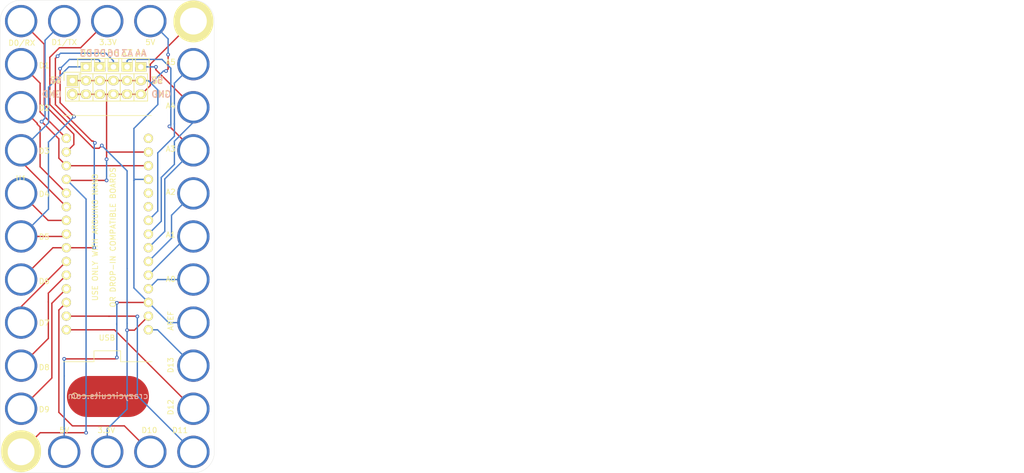
<source format=kicad_pcb>
(kicad_pcb (version 4) (host pcbnew 4.0.5-e0-6337~49~ubuntu16.04.1)

  (general
    (links 48)
    (no_connects 0)
    (area -1.145321 70.994679 189.199759 160.59)
    (thickness 1.6)
    (drawings 21)
    (tracks 222)
    (zones 0)
    (modules 8)
    (nets 25)
  )

  (page USLetter)
  (title_block
    (title "5x11 Arduino Nano Robot Breakout")
    (date "22 Apr 2017")
    (rev "v1.1")
    (company "All rights reserved.")
    (comment 1 "help@browndoggadgets.com")
    (comment 2 "http://browndoggadgets.com/")
    (comment 3 "Brown Dog Gadgets")
  )

  (layers
    (0 F.Cu signal)
    (31 B.Cu signal)
    (34 B.Paste user)
    (35 F.Paste user)
    (36 B.SilkS user)
    (37 F.SilkS user)
    (38 B.Mask user)
    (39 F.Mask user)
    (40 Dwgs.User user)
    (44 Edge.Cuts user)
    (46 B.CrtYd user)
    (47 F.CrtYd user)
    (48 B.Fab user)
    (49 F.Fab user)
  )

  (setup
    (last_trace_width 0.254)
    (user_trace_width 0.1524)
    (user_trace_width 0.254)
    (user_trace_width 0.3302)
    (user_trace_width 0.508)
    (user_trace_width 0.762)
    (user_trace_width 1.27)
    (trace_clearance 0.4)
    (zone_clearance 0.508)
    (zone_45_only no)
    (trace_min 0.1524)
    (segment_width 0.1524)
    (edge_width 0.1524)
    (via_size 0.6858)
    (via_drill 0.3302)
    (via_min_size 0.6858)
    (via_min_drill 0.3302)
    (user_via 0.6858 0.3302)
    (user_via 0.762 0.4064)
    (user_via 0.8636 0.508)
    (uvia_size 0.6858)
    (uvia_drill 0.3302)
    (uvias_allowed no)
    (uvia_min_size 0)
    (uvia_min_drill 0)
    (pcb_text_width 0.1524)
    (pcb_text_size 1.016 1.016)
    (mod_edge_width 0.1524)
    (mod_text_size 1.016 1.016)
    (mod_text_width 0.1524)
    (pad_size 6 6)
    (pad_drill 4.98)
    (pad_to_mask_clearance 0.0762)
    (solder_mask_min_width 0.1016)
    (pad_to_paste_clearance -0.0762)
    (aux_axis_origin 0 0)
    (visible_elements FFFEDF7D)
    (pcbplotparams
      (layerselection 0x310fc_80000001)
      (usegerberextensions true)
      (excludeedgelayer true)
      (linewidth 0.100000)
      (plotframeref false)
      (viasonmask false)
      (mode 1)
      (useauxorigin false)
      (hpglpennumber 1)
      (hpglpenspeed 20)
      (hpglpendiameter 15)
      (hpglpenoverlay 2)
      (psnegative false)
      (psa4output false)
      (plotreference true)
      (plotvalue true)
      (plotinvisibletext false)
      (padsonsilk false)
      (subtractmaskfromsilk false)
      (outputformat 1)
      (mirror false)
      (drillshape 0)
      (scaleselection 1)
      (outputdirectory gerbers))
  )

  (net 0 "")
  (net 1 /D3)
  (net 2 GND)
  (net 3 /D5)
  (net 4 /D6)
  (net 5 /A3)
  (net 6 /A4)
  (net 7 "Net-(U1-PadA0)")
  (net 8 "Net-(U1-PadA1)")
  (net 9 "Net-(U1-PadA2)")
  (net 10 "Net-(U1-PadA5)")
  (net 11 "Net-(U1-PadRX0)")
  (net 12 "Net-(U1-PadTX1)")
  (net 13 "Net-(U1-PadD13)")
  (net 14 "Net-(U1-PadD2)")
  (net 15 "Net-(U1-PadD10)")
  (net 16 "Net-(U1-PadD4)")
  (net 17 "Net-(U1-PadD11)")
  (net 18 "Net-(U1-PadD8)")
  (net 19 "Net-(U1-PadD12)")
  (net 20 "Net-(U1-PadD7)")
  (net 21 "Net-(U1-PadD9)")
  (net 22 /RST)
  (net 23 /3V)
  (net 24 5V)

  (net_class Default "This is the default net class."
    (clearance 0.4)
    (trace_width 0.254)
    (via_dia 0.6858)
    (via_drill 0.3302)
    (uvia_dia 0.6858)
    (uvia_drill 0.3302)
    (add_net /3V)
    (add_net /A3)
    (add_net /A4)
    (add_net /D3)
    (add_net /D5)
    (add_net /D6)
    (add_net /RST)
    (add_net 5V)
    (add_net GND)
    (add_net "Net-(U1-PadA0)")
    (add_net "Net-(U1-PadA1)")
    (add_net "Net-(U1-PadA2)")
    (add_net "Net-(U1-PadA5)")
    (add_net "Net-(U1-PadD10)")
    (add_net "Net-(U1-PadD11)")
    (add_net "Net-(U1-PadD12)")
    (add_net "Net-(U1-PadD13)")
    (add_net "Net-(U1-PadD2)")
    (add_net "Net-(U1-PadD4)")
    (add_net "Net-(U1-PadD7)")
    (add_net "Net-(U1-PadD8)")
    (add_net "Net-(U1-PadD9)")
    (add_net "Net-(U1-PadRX0)")
    (add_net "Net-(U1-PadTX1)")
  )

  (module Crazy_NonLego:CONN-HEADER-STRAIGHT-P2.54MM-1x03 (layer F.Cu) (tedit 58FE56B0) (tstamp 58FE6BEF)
    (at 15.24 83.82)
    (descr "Through hole pin header")
    (tags "pin header")
    (path /58FE51EC)
    (fp_text reference J1 (at -0.004 3 180) (layer F.Fab)
      (effects (font (size 1 1) (thickness 0.15)))
    )
    (fp_text value PWM (at -3 3 90) (layer F.Fab) hide
      (effects (font (size 1 1) (thickness 0.15)))
    )
    (fp_line (start 1.75 6.9) (end -1.75 6.9) (layer F.Fab) (width 0.0508))
    (fp_line (start 1.75 -1.75) (end 1.75 6.9) (layer F.Fab) (width 0.0508))
    (fp_line (start -1.75 -1.75) (end -1.75 6.9) (layer F.Fab) (width 0.0508))
    (fp_line (start 1.75 -1.75) (end -1.75 -1.75) (layer F.Fab) (width 0.0508))
    (fp_text user %R (at 0 -2.75) (layer F.SilkS) hide
      (effects (font (size 1 1) (thickness 0.15)))
    )
    (fp_line (start -1.75 -1.75) (end -1.75 6.85) (layer F.CrtYd) (width 0.05))
    (fp_line (start 1.75 -1.75) (end 1.75 6.85) (layer F.CrtYd) (width 0.05))
    (fp_line (start -1.75 -1.75) (end 1.75 -1.75) (layer F.CrtYd) (width 0.05))
    (fp_line (start -1.75 6.85) (end 1.75 6.85) (layer F.CrtYd) (width 0.05))
    (fp_line (start -1.27 1.27) (end -1.27 6.35) (layer F.SilkS) (width 0.15))
    (fp_line (start -1.27 6.35) (end 1.27 6.35) (layer F.SilkS) (width 0.15))
    (fp_line (start 1.27 6.35) (end 1.27 1.27) (layer F.SilkS) (width 0.15))
    (fp_line (start 1.55 -1.55) (end 1.55 0) (layer F.SilkS) (width 0.15))
    (fp_line (start 1.27 1.27) (end -1.27 1.27) (layer F.SilkS) (width 0.15))
    (fp_line (start -1.55 0) (end -1.55 -1.55) (layer F.SilkS) (width 0.15))
    (fp_line (start -1.55 -1.55) (end 1.55 -1.55) (layer F.SilkS) (width 0.15))
    (pad 1 thru_hole rect (at 0 0) (size 2.032 1.7272) (drill 1.016) (layers *.Cu *.Mask F.SilkS)
      (net 1 /D3))
    (pad 2 thru_hole oval (at 0 2.54) (size 2.032 1.7272) (drill 1.016) (layers *.Cu *.Mask F.SilkS)
      (net 24 5V))
    (pad 3 thru_hole oval (at 0 5.08) (size 2.032 1.7272) (drill 1.016) (layers *.Cu *.Mask F.SilkS)
      (net 2 GND))
  )

  (module Crazy_NonLego:CONN-HEADER-STRAIGHT-P2.54MM-1x03 (layer F.Cu) (tedit 58FE56B2) (tstamp 58FE6C06)
    (at 17.78 83.82)
    (descr "Through hole pin header")
    (tags "pin header")
    (path /58FE541D)
    (fp_text reference J2 (at -0.004 3 180) (layer F.Fab)
      (effects (font (size 1 1) (thickness 0.15)))
    )
    (fp_text value PWM (at -3 3 90) (layer F.Fab) hide
      (effects (font (size 1 1) (thickness 0.15)))
    )
    (fp_line (start 1.75 6.9) (end -1.75 6.9) (layer F.Fab) (width 0.0508))
    (fp_line (start 1.75 -1.75) (end 1.75 6.9) (layer F.Fab) (width 0.0508))
    (fp_line (start -1.75 -1.75) (end -1.75 6.9) (layer F.Fab) (width 0.0508))
    (fp_line (start 1.75 -1.75) (end -1.75 -1.75) (layer F.Fab) (width 0.0508))
    (fp_text user %R (at 0 -2.75) (layer F.SilkS) hide
      (effects (font (size 1 1) (thickness 0.15)))
    )
    (fp_line (start -1.75 -1.75) (end -1.75 6.85) (layer F.CrtYd) (width 0.05))
    (fp_line (start 1.75 -1.75) (end 1.75 6.85) (layer F.CrtYd) (width 0.05))
    (fp_line (start -1.75 -1.75) (end 1.75 -1.75) (layer F.CrtYd) (width 0.05))
    (fp_line (start -1.75 6.85) (end 1.75 6.85) (layer F.CrtYd) (width 0.05))
    (fp_line (start -1.27 1.27) (end -1.27 6.35) (layer F.SilkS) (width 0.15))
    (fp_line (start -1.27 6.35) (end 1.27 6.35) (layer F.SilkS) (width 0.15))
    (fp_line (start 1.27 6.35) (end 1.27 1.27) (layer F.SilkS) (width 0.15))
    (fp_line (start 1.55 -1.55) (end 1.55 0) (layer F.SilkS) (width 0.15))
    (fp_line (start 1.27 1.27) (end -1.27 1.27) (layer F.SilkS) (width 0.15))
    (fp_line (start -1.55 0) (end -1.55 -1.55) (layer F.SilkS) (width 0.15))
    (fp_line (start -1.55 -1.55) (end 1.55 -1.55) (layer F.SilkS) (width 0.15))
    (pad 1 thru_hole rect (at 0 0) (size 2.032 1.7272) (drill 1.016) (layers *.Cu *.Mask F.SilkS)
      (net 3 /D5))
    (pad 2 thru_hole oval (at 0 2.54) (size 2.032 1.7272) (drill 1.016) (layers *.Cu *.Mask F.SilkS)
      (net 24 5V))
    (pad 3 thru_hole oval (at 0 5.08) (size 2.032 1.7272) (drill 1.016) (layers *.Cu *.Mask F.SilkS)
      (net 2 GND))
  )

  (module Crazy_NonLego:CONN-HEADER-STRAIGHT-P2.54MM-1x03 (layer F.Cu) (tedit 58FE56B6) (tstamp 58FE6C34)
    (at 22.86 83.82)
    (descr "Through hole pin header")
    (tags "pin header")
    (path /58FE54AA)
    (fp_text reference J4 (at 0 3.048) (layer F.Fab)
      (effects (font (size 1 1) (thickness 0.15)))
    )
    (fp_text value ANALOG (at -3 3 90) (layer F.Fab) hide
      (effects (font (size 1 1) (thickness 0.15)))
    )
    (fp_line (start 1.75 6.9) (end -1.75 6.9) (layer F.Fab) (width 0.0508))
    (fp_line (start 1.75 -1.75) (end 1.75 6.9) (layer F.Fab) (width 0.0508))
    (fp_line (start -1.75 -1.75) (end -1.75 6.9) (layer F.Fab) (width 0.0508))
    (fp_line (start 1.75 -1.75) (end -1.75 -1.75) (layer F.Fab) (width 0.0508))
    (fp_text user %R (at 0 -2.75) (layer F.SilkS) hide
      (effects (font (size 1 1) (thickness 0.15)))
    )
    (fp_line (start -1.75 -1.75) (end -1.75 6.85) (layer F.CrtYd) (width 0.05))
    (fp_line (start 1.75 -1.75) (end 1.75 6.85) (layer F.CrtYd) (width 0.05))
    (fp_line (start -1.75 -1.75) (end 1.75 -1.75) (layer F.CrtYd) (width 0.05))
    (fp_line (start -1.75 6.85) (end 1.75 6.85) (layer F.CrtYd) (width 0.05))
    (fp_line (start -1.27 1.27) (end -1.27 6.35) (layer F.SilkS) (width 0.15))
    (fp_line (start -1.27 6.35) (end 1.27 6.35) (layer F.SilkS) (width 0.15))
    (fp_line (start 1.27 6.35) (end 1.27 1.27) (layer F.SilkS) (width 0.15))
    (fp_line (start 1.55 -1.55) (end 1.55 0) (layer F.SilkS) (width 0.15))
    (fp_line (start 1.27 1.27) (end -1.27 1.27) (layer F.SilkS) (width 0.15))
    (fp_line (start -1.55 0) (end -1.55 -1.55) (layer F.SilkS) (width 0.15))
    (fp_line (start -1.55 -1.55) (end 1.55 -1.55) (layer F.SilkS) (width 0.15))
    (pad 1 thru_hole rect (at 0 0) (size 2.032 1.7272) (drill 1.016) (layers *.Cu *.Mask F.SilkS)
      (net 5 /A3))
    (pad 2 thru_hole oval (at 0 2.54) (size 2.032 1.7272) (drill 1.016) (layers *.Cu *.Mask F.SilkS)
      (net 24 5V))
    (pad 3 thru_hole oval (at 0 5.08) (size 2.032 1.7272) (drill 1.016) (layers *.Cu *.Mask F.SilkS)
      (net 2 GND))
  )

  (module Crazy_NonLego:CONN-HEADER-STRAIGHT-P2.54MM-1x03 (layer F.Cu) (tedit 58FE56B9) (tstamp 58FE6C4B)
    (at 25.4 83.82)
    (descr "Through hole pin header")
    (tags "pin header")
    (path /58FE54F2)
    (fp_text reference J5 (at 0 3 180) (layer F.Fab)
      (effects (font (size 1 1) (thickness 0.15)))
    )
    (fp_text value ANALOG (at -3 3 90) (layer F.Fab) hide
      (effects (font (size 1 1) (thickness 0.15)))
    )
    (fp_line (start 1.75 6.9) (end -1.75 6.9) (layer F.Fab) (width 0.0508))
    (fp_line (start 1.75 -1.75) (end 1.75 6.9) (layer F.Fab) (width 0.0508))
    (fp_line (start -1.75 -1.75) (end -1.75 6.9) (layer F.Fab) (width 0.0508))
    (fp_line (start 1.75 -1.75) (end -1.75 -1.75) (layer F.Fab) (width 0.0508))
    (fp_text user %R (at 0 -2.75) (layer F.SilkS) hide
      (effects (font (size 1 1) (thickness 0.15)))
    )
    (fp_line (start -1.75 -1.75) (end -1.75 6.85) (layer F.CrtYd) (width 0.05))
    (fp_line (start 1.75 -1.75) (end 1.75 6.85) (layer F.CrtYd) (width 0.05))
    (fp_line (start -1.75 -1.75) (end 1.75 -1.75) (layer F.CrtYd) (width 0.05))
    (fp_line (start -1.75 6.85) (end 1.75 6.85) (layer F.CrtYd) (width 0.05))
    (fp_line (start -1.27 1.27) (end -1.27 6.35) (layer F.SilkS) (width 0.15))
    (fp_line (start -1.27 6.35) (end 1.27 6.35) (layer F.SilkS) (width 0.15))
    (fp_line (start 1.27 6.35) (end 1.27 1.27) (layer F.SilkS) (width 0.15))
    (fp_line (start 1.55 -1.55) (end 1.55 0) (layer F.SilkS) (width 0.15))
    (fp_line (start 1.27 1.27) (end -1.27 1.27) (layer F.SilkS) (width 0.15))
    (fp_line (start -1.55 0) (end -1.55 -1.55) (layer F.SilkS) (width 0.15))
    (fp_line (start -1.55 -1.55) (end 1.55 -1.55) (layer F.SilkS) (width 0.15))
    (pad 1 thru_hole rect (at 0 0) (size 2.032 1.7272) (drill 1.016) (layers *.Cu *.Mask F.SilkS)
      (net 6 /A4))
    (pad 2 thru_hole oval (at 0 2.54) (size 2.032 1.7272) (drill 1.016) (layers *.Cu *.Mask F.SilkS)
      (net 24 5V))
    (pad 3 thru_hole oval (at 0 5.08) (size 2.032 1.7272) (drill 1.016) (layers *.Cu *.Mask F.SilkS)
      (net 2 GND))
  )

  (module Crazy_NonLego:CONN-HEADER-STRAIGHT-P2.54MM-1x03 (layer F.Cu) (tedit 58FE5716) (tstamp 58FE6C1D)
    (at 20.32 83.82)
    (descr "Through hole pin header")
    (tags "pin header")
    (path /58FE5461)
    (fp_text reference J3 (at -0.004 3 180) (layer F.Fab)
      (effects (font (size 1 1) (thickness 0.15)))
    )
    (fp_text value PWM (at -3 3 90) (layer F.Fab) hide
      (effects (font (size 1 1) (thickness 0.15)))
    )
    (fp_line (start 1.75 6.9) (end -1.75 6.9) (layer F.Fab) (width 0.0508))
    (fp_line (start 1.75 -1.75) (end 1.75 6.9) (layer F.Fab) (width 0.0508))
    (fp_line (start -1.75 -1.75) (end -1.75 6.9) (layer F.Fab) (width 0.0508))
    (fp_line (start 1.75 -1.75) (end -1.75 -1.75) (layer F.Fab) (width 0.0508))
    (fp_text user %R (at 0 -2.75) (layer F.SilkS) hide
      (effects (font (size 1 1) (thickness 0.15)))
    )
    (fp_line (start -1.75 -1.75) (end -1.75 6.85) (layer F.CrtYd) (width 0.05))
    (fp_line (start 1.75 -1.75) (end 1.75 6.85) (layer F.CrtYd) (width 0.05))
    (fp_line (start -1.75 -1.75) (end 1.75 -1.75) (layer F.CrtYd) (width 0.05))
    (fp_line (start -1.75 6.85) (end 1.75 6.85) (layer F.CrtYd) (width 0.05))
    (fp_line (start -1.27 1.27) (end -1.27 6.35) (layer F.SilkS) (width 0.15))
    (fp_line (start -1.27 6.35) (end 1.27 6.35) (layer F.SilkS) (width 0.15))
    (fp_line (start 1.27 6.35) (end 1.27 1.27) (layer F.SilkS) (width 0.15))
    (fp_line (start 1.55 -1.55) (end 1.55 0) (layer F.SilkS) (width 0.15))
    (fp_line (start 1.27 1.27) (end -1.27 1.27) (layer F.SilkS) (width 0.15))
    (fp_line (start -1.55 0) (end -1.55 -1.55) (layer F.SilkS) (width 0.15))
    (fp_line (start -1.55 -1.55) (end 1.55 -1.55) (layer F.SilkS) (width 0.15))
    (pad 1 thru_hole rect (at 0 0) (size 2.032 1.7272) (drill 1.016) (layers *.Cu *.Mask F.SilkS)
      (net 4 /D6))
    (pad 2 thru_hole oval (at 0 2.54) (size 2.032 1.7272) (drill 1.016) (layers *.Cu *.Mask F.SilkS)
      (net 24 5V))
    (pad 3 thru_hole oval (at 0 5.08) (size 2.032 1.7272) (drill 1.016) (layers *.Cu *.Mask F.SilkS)
      (net 2 GND))
  )

  (module Crazy_NonLego:CONN-HEADER-STRAIGHT-P2.54MM-1x02 (layer F.Cu) (tedit 590DB199) (tstamp 590DD737)
    (at 12.7 86.36)
    (descr "Through hole pin header")
    (tags "pin header")
    (path /590DBB8D)
    (fp_text reference J6 (at 0 1.25 90) (layer F.Fab)
      (effects (font (size 1.016 1.016) (thickness 0.1524)))
    )
    (fp_text value PWR (at 0 -3.1) (layer F.Fab) hide
      (effects (font (size 1 1) (thickness 0.15)))
    )
    (fp_line (start 1.75 4.25) (end 1.75 -1.75) (layer F.Fab) (width 0.05))
    (fp_line (start 1.75 4.25) (end -1.75 4.25) (layer F.Fab) (width 0.05))
    (fp_line (start -1.75 -1.75) (end -1.75 4.25) (layer F.Fab) (width 0.05))
    (fp_line (start 1.75 -1.75) (end -1.75 -1.75) (layer F.Fab) (width 0.05))
    (fp_text user %R (at -3.048 1.016 90) (layer F.SilkS) hide
      (effects (font (size 1 1) (thickness 0.15)))
    )
    (fp_line (start 1.27 1.27) (end 1.27 3.81) (layer F.SilkS) (width 0.15))
    (fp_line (start 1.55 -1.55) (end 1.55 0) (layer F.SilkS) (width 0.15))
    (fp_line (start -1.75 -1.75) (end -1.75 4.3) (layer F.CrtYd) (width 0.05))
    (fp_line (start 1.75 -1.75) (end 1.75 4.3) (layer F.CrtYd) (width 0.05))
    (fp_line (start -1.75 -1.75) (end 1.75 -1.75) (layer F.CrtYd) (width 0.05))
    (fp_line (start -1.75 4.3) (end 1.75 4.3) (layer F.CrtYd) (width 0.05))
    (fp_line (start 1.27 1.27) (end -1.27 1.27) (layer F.SilkS) (width 0.15))
    (fp_line (start -1.55 0) (end -1.55 -1.55) (layer F.SilkS) (width 0.15))
    (fp_line (start -1.55 -1.55) (end 1.55 -1.55) (layer F.SilkS) (width 0.15))
    (fp_line (start -1.27 1.27) (end -1.27 3.81) (layer F.SilkS) (width 0.15))
    (fp_line (start -1.27 3.81) (end 1.27 3.81) (layer F.SilkS) (width 0.15))
    (pad 1 thru_hole rect (at 0 0) (size 2.032 2.032) (drill 1.016) (layers *.Cu *.Mask F.SilkS)
      (net 24 5V))
    (pad 2 thru_hole oval (at 0 2.54) (size 2.032 2.032) (drill 1.016) (layers *.Cu *.Mask F.SilkS)
      (net 2 GND))
  )

  (module Crazy_Circuits:LOGO-CRAZY-1x2 (layer F.Cu) (tedit 58FE5DC6) (tstamp 590DC800)
    (at 19.304 148.971)
    (descr LOGO)
    (tags LOGO)
    (fp_text reference LOGO (at 0 -3.52806) (layer F.Fab)
      (effects (font (size 1 1) (thickness 0.15)))
    )
    (fp_text value "BROWN DOG" (at -0.381 -10.414) (layer B.SilkS) hide
      (effects (font (size 1.27 1.27) (thickness 0.254)) (justify mirror))
    )
    (fp_text user crazycircuits.com (at 0 -4.064) (layer B.SilkS)
      (effects (font (size 1.143 1.143) (thickness 0.1778)) (justify mirror))
    )
    (fp_line (start 6.096 -5.2705) (end 4.953 -4.318) (layer F.Mask) (width 0.1524))
    (fp_line (start 4.7625 -4.318) (end 6.096 -5.2705) (layer F.Mask) (width 0.1524))
    (fp_line (start 5.715 -5.1435) (end 4.7625 -4.318) (layer F.Mask) (width 0.1524))
    (fp_line (start 4.6355 -4.3815) (end 5.715 -5.1435) (layer F.Mask) (width 0.1524))
    (fp_line (start 5.5245 -5.08) (end 4.6355 -4.3815) (layer F.Mask) (width 0.1524))
    (fp_line (start 4.3815 -4.318) (end 5.5245 -5.08) (layer F.Mask) (width 0.1524))
    (fp_line (start 5.207 -4.953) (end 4.3815 -4.318) (layer F.Mask) (width 0.1524))
    (fp_line (start 4.2545 -4.3815) (end 5.207 -4.953) (layer F.Mask) (width 0.1524))
    (fp_line (start 5.0165 -4.953) (end 4.2545 -4.3815) (layer F.Mask) (width 0.1524))
    (fp_line (start 4.2545 -4.5085) (end 5.0165 -4.953) (layer F.Mask) (width 0.1524))
    (fp_line (start 4.7625 -4.953) (end 4.2545 -4.5085) (layer F.Mask) (width 0.1524))
    (fp_line (start 4.191 -4.6355) (end 4.7625 -4.953) (layer F.Mask) (width 0.1524))
    (fp_line (start 4.7625 -5.1435) (end 4.191 -4.6355) (layer F.Mask) (width 0.1524))
    (fp_line (start 4.7625 -5.2705) (end 4.1275 -4.7625) (layer F.Mask) (width 0.1524))
    (fp_line (start 4.8895 -5.461) (end 4.064 -4.8895) (layer F.Mask) (width 0.1524))
    (fp_line (start 4.8895 -5.588) (end 4.064 -5.0165) (layer F.Mask) (width 0.1524))
    (fp_line (start 3.048 -4.3815) (end 2.413 -5.2705) (layer F.Mask) (width 0.254))
    (fp_line (start 4.953 -4.2545) (end 2.9845 -4.2545) (layer F.Mask) (width 0.1524))
    (fp_line (start 6.5405 -5.3975) (end 4.953 -4.2545) (layer F.Mask) (width 0.1524))
    (fp_line (start 4.7625 -4.953) (end 6.5405 -5.3975) (layer F.Mask) (width 0.1524))
    (fp_line (start 5.08 -5.842) (end 4.7625 -4.953) (layer F.Mask) (width 0.1524))
    (fp_line (start 4.0005 -5.1435) (end 5.08 -5.842) (layer F.Mask) (width 0.1524))
    (fp_line (start 3.175 -6.604) (end 4.0005 -5.08) (layer F.Mask) (width 0.1524))
    (fp_line (start 3.2385 -5.207) (end 3.175 -6.604) (layer F.Mask) (width 0.1524))
    (fp_line (start 2.159 -5.461) (end 3.2385 -5.207) (layer F.Mask) (width 0.1524))
    (fp_line (start 2.9845 -4.2545) (end 2.159 -5.461) (layer F.Mask) (width 0.1524))
    (fp_line (start -5.588 -4.064) (end 5.08 -4.064) (layer F.SilkS) (width 0.1524))
    (fp_circle (center -6.1595 -4.064) (end -5.82208 -3.683) (layer F.SilkS) (width 0.1524))
    (fp_text user CRAZY (at -2.032 -5.588) (layer F.SilkS) hide
      (effects (font (thickness 0.381)))
    )
    (fp_line (start 3.9 -7.8) (end -3.9 -7.8) (layer F.Fab) (width 0.04064))
    (fp_line (start 3.9 0) (end -3.9 0) (layer F.Fab) (width 0.04064))
    (fp_arc (start 3.9 -3.9) (end 3.9 -7.8) (angle 90) (layer F.Fab) (width 0.04064))
    (fp_arc (start 3.9 -3.9) (end 7.8 -3.9) (angle 90) (layer F.Fab) (width 0.04064))
    (fp_arc (start -3.9 -3.9) (end -3.9 0) (angle 90) (layer F.Fab) (width 0.04064))
    (fp_arc (start -3.9 -3.9) (end -7.8 -3.9) (angle 90) (layer F.Fab) (width 0.04064))
    (fp_text user CIRCUITS (at 0.254 -2.286) (layer F.SilkS) hide
      (effects (font (thickness 0.381)))
    )
    (fp_line (start 3.2385 -4.3815) (end 2.6035 -5.2705) (layer F.Mask) (width 0.254))
    (fp_line (start 3.429 -4.3815) (end 2.8575 -5.207) (layer F.Mask) (width 0.254))
    (fp_line (start 3.556 -4.3815) (end 3.1115 -5.1435) (layer F.Mask) (width 0.254))
    (fp_line (start 3.81 -4.3815) (end 3.3655 -5.207) (layer F.Mask) (width 0.254))
    (fp_line (start 4.0005 -4.3815) (end 3.429 -5.461) (layer F.Mask) (width 0.254))
    (fp_line (start 4.191 -4.3815) (end 3.302 -6.096) (layer F.Mask) (width 0.254))
    (fp_line (start 3.3655 -5.3975) (end 3.302 -6.223) (layer F.Mask) (width 0.254))
    (pad BG smd oval (at 0 -3.937) (size 15.24 7.62) (layers F.Cu))
  )

  (module Crazy_Circuits:ARDUINO-NANO-5x11-SERVO-ANALOG (layer F.Cu) (tedit 590DB7FE) (tstamp 58FE7CC5)
    (at 3.175 107.315)
    (descr "8-lead dip package, row spacing 7.62 mm (300 mils)")
    (tags "dil dip 2.54 300")
    (path /59004828)
    (fp_text reference U1 (at 12 52) (layer F.SilkS) hide
      (effects (font (size 1 1) (thickness 0.15)))
    )
    (fp_text value ARDUINO-NANO (at 12 52) (layer F.Fab) hide
      (effects (font (size 1 1) (thickness 0.15)))
    )
    (fp_line (start 32.004 -32.131) (end 32.004 -31.75) (layer F.SilkS) (width 7.4))
    (fp_line (start 12.9 31.266) (end 14.17 31.266) (layer F.Fab) (width 0.1524))
    (fp_line (start 6.55 31.266) (end 6.55 28.726) (layer F.Fab) (width 0.1524))
    (fp_line (start 12.9 31.266) (end 6.55 31.266) (layer F.Fab) (width 0.1524))
    (fp_line (start 14.17 28.726) (end 14.17 31.266) (layer F.Fab) (width 0.1524))
    (fp_line (start 17.98 28.726) (end 14.17 28.726) (layer F.Fab) (width 0.1524))
    (fp_line (start 17.98 31.266) (end 17.98 28.726) (layer F.Fab) (width 0.1524))
    (fp_line (start 25.6 31.266) (end 17.98 31.266) (layer F.Fab) (width 0.1524))
    (fp_line (start 25.6 29.996) (end 25.6 31.266) (layer F.Fab) (width 0.1524))
    (fp_line (start 25.6 28.726) (end 25.6 29.996) (layer F.Fab) (width 0.1524))
    (fp_line (start 24.33 -14.454) (end 25.6 -14.454) (layer F.Fab) (width 0.1524))
    (fp_line (start 24.33 -14.454) (end 6.55 -14.454) (layer F.Fab) (width 0.1524))
    (fp_line (start 25.6 28.726) (end 25.6 -14.454) (layer F.Fab) (width 0.1524))
    (fp_line (start 6.55 -14.454) (end 6.55 28.726) (layer F.Fab) (width 0.1524))
    (fp_text user USB (at 15.948 26.821) (layer F.SilkS)
      (effects (font (size 1 1) (thickness 0.15)))
    )
    (fp_line (start 7.787 -14.454) (end 24.203 -14.454) (layer F.SilkS) (width 0.127))
    (fp_text user "OR DROP-IN COMPATIBLE BOARDS" (at 17.058 8.1695 90) (layer F.SilkS)
      (effects (font (size 1 1) (thickness 0.15)))
    )
    (fp_text user "USE ONLY WITH ARDUINO NANO" (at 13.756 8.1695 90) (layer F.SilkS)
      (effects (font (size 1 1) (thickness 0.15)))
    )
    (fp_line (start 18.488 29.234) (end 13.535 29.234) (layer F.SilkS) (width 0.127))
    (fp_line (start 18.488 31.266) (end 18.487 29.2585) (layer F.SilkS) (width 0.127))
    (fp_text user "Arduino Nano" (at 16.456 7.5693) (layer F.Fab)
      (effects (font (size 1 1) (thickness 0.15)))
    )
    (fp_text user D6 (at 4.286 16.317) (layer F.SilkS)
      (effects (font (size 1 1) (thickness 0.15)))
    )
    (fp_text user D5 (at 4.286 8.067) (layer F.SilkS)
      (effects (font (size 1 1) (thickness 0.15)))
    )
    (fp_text user D8 (at 4.286 32.317) (layer F.SilkS)
      (effects (font (size 1 1) (thickness 0.15)))
    )
    (fp_text user D7 (at 4.286 24.067) (layer F.SilkS)
      (effects (font (size 1 1) (thickness 0.15)))
    )
    (fp_line (start 0 51.9) (end 32 51.9) (layer Edge.Cuts) (width 0.04064))
    (fp_line (start 32 -35.9) (end 0 -35.9) (layer Edge.Cuts) (width 0.04064))
    (fp_line (start -3.9 -32.1) (end -3.9 48) (layer Edge.Cuts) (width 0.04064))
    (fp_arc (start 0 48) (end 0 51.9) (angle 89.9) (layer Edge.Cuts) (width 0.04064))
    (fp_arc (start 0 -32) (end -3.9 -32) (angle 90) (layer Edge.Cuts) (width 0.04064))
    (fp_line (start 35.9 48) (end 35.9 -32) (layer Edge.Cuts) (width 0.04064))
    (fp_arc (start 32 -32) (end 32 -35.9) (angle 89.9) (layer Edge.Cuts) (width 0.04064))
    (fp_arc (start 32 48) (end 35.9 48) (angle 90) (layer Edge.Cuts) (width 0.04064))
    (fp_line (start 0 51.9) (end 32 51.9) (layer F.Fab) (width 0.04064))
    (fp_line (start 32 -35.9) (end 0 -35.9) (layer F.Fab) (width 0.04064))
    (fp_line (start -3.9 -32) (end -3.9 48) (layer F.Fab) (width 0.04064))
    (fp_arc (start 0 48) (end 0 51.9) (angle 89.9) (layer F.Fab) (width 0.04064))
    (fp_arc (start 0 -32) (end -3.9 -32) (angle 90) (layer F.Fab) (width 0.04064))
    (fp_line (start 35.9 48) (end 35.9 -32) (layer F.Fab) (width 0.04064))
    (fp_arc (start 32 -32) (end 32 -35.9) (angle 89.9) (layer F.Fab) (width 0.04064))
    (fp_arc (start 32 48) (end 35.9 48) (angle 90) (layer F.Fab) (width 0.04064))
    (fp_line (start 18.488 31.266) (end 24.33 31.266) (layer F.SilkS) (width 0.127))
    (fp_line (start 13.535 31.2585) (end 13.535 29.2585) (layer F.SilkS) (width 0.127))
    (fp_line (start 7.82 31.266) (end 13.535 31.266) (layer F.SilkS) (width 0.127))
    (fp_text user D9 (at 4.286 40.127) (layer F.SilkS)
      (effects (font (size 1 1) (thickness 0.15)))
    )
    (fp_text user 5V (at 8.027 43.992) (layer F.SilkS)
      (effects (font (size 1 1) (thickness 0.15)))
    )
    (fp_text user D4 (at 4.286 0.127) (layer F.SilkS)
      (effects (font (size 1 1) (thickness 0.15)))
    )
    (fp_text user D3 (at 4.286 -7.873) (layer F.SilkS)
      (effects (font (size 1 1) (thickness 0.15)))
    )
    (fp_text user D2 (at 4.286 -15.873) (layer F.SilkS)
      (effects (font (size 1 1) (thickness 0.15)))
    )
    (fp_text user 3.3V (at 15.827 43.992) (layer F.SilkS)
      (effects (font (size 1 1) (thickness 0.15)))
    )
    (fp_text user D10 (at 23.827 43.992) (layer F.SilkS)
      (effects (font (size 1 1) (thickness 0.15)))
    )
    (fp_text user A1 (at 27.781 7.686) (layer F.SilkS)
      (effects (font (size 1 1) (thickness 0.15)))
    )
    (fp_text user A2 (at 27.781 -0.254 180) (layer F.SilkS)
      (effects (font (size 1 1) (thickness 0.15)))
    )
    (fp_text user A3 (at 27.781 -8.254 180) (layer F.SilkS)
      (effects (font (size 1 1) (thickness 0.15)))
    )
    (fp_text user A4 (at 27.781 -16.254) (layer F.SilkS)
      (effects (font (size 1 1) (thickness 0.15)))
    )
    (fp_text user A0 (at 27.781 15.936 180) (layer F.SilkS)
      (effects (font (size 1 1) (thickness 0.15)))
    )
    (fp_text user D13 (at 27.781 31.906 270) (layer F.SilkS)
      (effects (font (size 1 1) (thickness 0.15)))
    )
    (fp_text user AREF (at 27.781 23.666 270) (layer F.SilkS)
      (effects (font (size 1 1) (thickness 0.15)))
    )
    (fp_text user D12 (at 27.781 39.716 90) (layer F.SilkS)
      (effects (font (size 1 1) (thickness 0.15)))
    )
    (fp_text user D11 (at 29.527 43.992) (layer F.SilkS)
      (effects (font (size 1 1) (thickness 0.15)))
    )
    (fp_text user %R (at 0 -2.75) (layer F.SilkS)
      (effects (font (size 1 1) (thickness 0.15)))
    )
    (fp_text user A5 (at 27.781 -24.384 180) (layer F.SilkS)
      (effects (font (size 1 1) (thickness 0.15)))
    )
    (fp_text user D0/RX (at 0.127 -27.94) (layer F.SilkS)
      (effects (font (size 1 1) (thickness 0.15)))
    )
    (fp_text user D1/TX (at 8.001 -28.067) (layer F.SilkS)
      (effects (font (size 1 1) (thickness 0.15)))
    )
    (fp_text user 3.3V (at 16.129 -28.067) (layer F.SilkS)
      (effects (font (size 1 1) (thickness 0.15)))
    )
    (fp_text user 5V (at 24.003 -28.067) (layer F.SilkS)
      (effects (font (size 1 1) (thickness 0.15)))
    )
    (fp_text user D1 (at 4.286 -23.749 180) (layer F.SilkS)
      (effects (font (size 1 1) (thickness 0.15)))
    )
    (fp_line (start 0 47.6885) (end 0 48.0695) (layer F.SilkS) (width 7.4))
    (pad D13 thru_hole circle (at 23.647 25.3385 180) (size 1.7272 1.7272) (drill 1.016) (layers *.Cu *.Mask F.SilkS)
      (net 13 "Net-(U1-PadD13)"))
    (pad 3V thru_hole circle (at 23.647 22.7985 180) (size 1.7272 1.7272) (drill 1.016) (layers *.Cu *.Mask F.SilkS)
      (net 23 /3V))
    (pad REF thru_hole circle (at 23.647 20.2585 180) (size 1.7272 1.7272) (drill 1.016) (layers *.Cu *.Mask F.SilkS)
      (net 24 5V))
    (pad A0 thru_hole circle (at 23.647 17.7185 180) (size 1.7272 1.7272) (drill 1.016) (layers *.Cu *.Mask F.SilkS)
      (net 7 "Net-(U1-PadA0)"))
    (pad A1 thru_hole circle (at 23.647 15.1785 180) (size 1.7272 1.7272) (drill 1.016) (layers *.Cu *.Mask F.SilkS)
      (net 8 "Net-(U1-PadA1)"))
    (pad A2 thru_hole circle (at 23.647 12.6385 180) (size 1.7272 1.7272) (drill 1.016) (layers *.Cu *.Mask F.SilkS)
      (net 9 "Net-(U1-PadA2)"))
    (pad A3 thru_hole circle (at 23.647 10.0985 180) (size 1.7272 1.7272) (drill 1.016) (layers *.Cu *.Mask F.SilkS)
      (net 5 /A3))
    (pad A4 thru_hole circle (at 23.647 7.5585 180) (size 1.7272 1.7272) (drill 1.016) (layers *.Cu *.Mask F.SilkS)
      (net 6 /A4))
    (pad A5 thru_hole circle (at 23.647 5.0185 180) (size 1.7272 1.7272) (drill 1.016) (layers *.Cu *.Mask F.SilkS)
      (net 10 "Net-(U1-PadA5)"))
    (pad A6 thru_hole circle (at 23.647 2.4785 180) (size 1.7272 1.7272) (drill 1.016) (layers *.Cu *.Mask F.SilkS))
    (pad A7 thru_hole circle (at 23.647 -0.0615 180) (size 1.7272 1.7272) (drill 1.016) (layers *.Cu *.Mask F.SilkS))
    (pad 5V thru_hole circle (at 23.647 -2.6015 180) (size 1.7272 1.7272) (drill 1.016) (layers *.Cu *.Mask F.SilkS)
      (net 24 5V))
    (pad RST thru_hole circle (at 23.647 -5.1415 180) (size 1.7272 1.7272) (drill 1.016) (layers *.Cu *.Mask F.SilkS)
      (net 22 /RST))
    (pad GND thru_hole circle (at 23.647 -7.6815 180) (size 1.7272 1.7272) (drill 1.016) (layers *.Cu *.Mask F.SilkS)
      (net 2 GND))
    (pad RX0 thru_hole circle (at 8.407 -7.6815 180) (size 1.7272 1.7272) (drill 1.016) (layers *.Cu *.Mask F.SilkS)
      (net 11 "Net-(U1-PadRX0)"))
    (pad D2 thru_hole circle (at 8.407 -0.0615 180) (size 1.7272 1.7272) (drill 1.016) (layers *.Cu *.Mask F.SilkS)
      (net 14 "Net-(U1-PadD2)"))
    (pad D10 thru_hole circle (at 8.407 20.2585 180) (size 1.7272 1.7272) (drill 1.016) (layers *.Cu *.Mask F.SilkS)
      (net 15 "Net-(U1-PadD10)"))
    (pad D4 thru_hole circle (at 8.407 5.0185 180) (size 1.7272 1.7272) (drill 1.016) (layers *.Cu *.Mask F.SilkS)
      (net 16 "Net-(U1-PadD4)"))
    (pad D3 thru_hole circle (at 8.407 2.4785 180) (size 1.7272 1.7272) (drill 1.016) (layers *.Cu *.Mask F.SilkS)
      (net 1 /D3))
    (pad D11 thru_hole circle (at 8.407 22.7985 180) (size 1.7272 1.7272) (drill 1.016) (layers *.Cu *.Mask F.SilkS)
      (net 17 "Net-(U1-PadD11)"))
    (pad D8 thru_hole circle (at 8.407 15.1785 180) (size 1.7272 1.7272) (drill 1.016) (layers *.Cu *.Mask F.SilkS)
      (net 18 "Net-(U1-PadD8)"))
    (pad D12 thru_hole circle (at 8.407 25.3385 180) (size 1.7272 1.7272) (drill 1.016) (layers *.Cu *.Mask F.SilkS)
      (net 19 "Net-(U1-PadD12)"))
    (pad D7 thru_hole circle (at 8.407 12.6385 180) (size 1.7272 1.7272) (drill 1.016) (layers *.Cu *.Mask F.SilkS)
      (net 20 "Net-(U1-PadD7)"))
    (pad D6 thru_hole circle (at 8.407 10.0985 180) (size 1.7272 1.7272) (drill 1.016) (layers *.Cu *.Mask F.SilkS)
      (net 4 /D6))
    (pad D5 thru_hole circle (at 8.407 7.5585 180) (size 1.7272 1.7272) (drill 1.016) (layers *.Cu *.Mask F.SilkS)
      (net 3 /D5))
    (pad D9 thru_hole circle (at 8.407 17.7185 180) (size 1.7272 1.7272) (drill 1.016) (layers *.Cu *.Mask F.SilkS)
      (net 21 "Net-(U1-PadD9)"))
    (pad RST thru_hole circle (at 8.407 -5.1415 180) (size 1.7272 1.7272) (drill 1.016) (layers *.Cu *.Mask F.SilkS)
      (net 22 /RST))
    (pad GND thru_hole circle (at 8.407 -2.6015 180) (size 1.7272 1.7272) (drill 1.016) (layers *.Cu *.Mask F.SilkS)
      (net 2 GND))
    (pad D5 thru_hole circle (at 0 8 90) (size 6 6) (drill 4.98) (layers *.Cu *.Mask)
      (net 3 /D5))
    (pad D6 thru_hole circle (at 0.001 16 90) (size 6 6) (drill 4.98) (layers *.Cu *.Mask)
      (net 4 /D6))
    (pad D8 thru_hole circle (at 0.001 32 90) (size 6 6) (drill 4.98) (layers *.Cu *.Mask)
      (net 18 "Net-(U1-PadD8)"))
    (pad D4 thru_hole circle (at 0.001 0 90) (size 6 6) (drill 4.98) (layers *.Cu *.Mask)
      (net 16 "Net-(U1-PadD4)"))
    (pad D9 thru_hole circle (at 0.001 40 90) (size 6 6) (drill 4.98) (layers *.Cu *.Mask)
      (net 21 "Net-(U1-PadD9)"))
    (pad D7 thru_hole circle (at 0.001 24 90) (size 6 6) (drill 4.98) (layers *.Cu *.Mask)
      (net 20 "Net-(U1-PadD7)"))
    (pad D3 thru_hole circle (at 0 -8 90) (size 6 6) (drill 4.98) (layers *.Cu *.Mask)
      (net 1 /D3))
    (pad D2 thru_hole circle (at 0 -16 90) (size 6 6) (drill 4.98) (layers *.Cu *.Mask)
      (net 14 "Net-(U1-PadD2)"))
    (pad GND thru_hole circle (at 0.001 48 90) (size 6 6) (drill 4.98) (layers *.Cu *.Mask)
      (net 2 GND))
    (pad 5V thru_hole circle (at 8 48 90) (size 6 6) (drill 4.98) (layers *.Cu *.Mask)
      (net 24 5V))
    (pad 3V thru_hole circle (at 16 48 90) (size 6 6) (drill 4.98) (layers *.Cu *.Mask)
      (net 23 /3V))
    (pad D10 thru_hole circle (at 24 48 90) (size 6 6) (drill 4.98) (layers *.Cu *.Mask)
      (net 15 "Net-(U1-PadD10)"))
    (pad 3V thru_hole circle (at 16 -32 90) (size 6 6) (drill 4.98) (layers *.Cu *.Mask)
      (net 23 /3V))
    (pad 5V thru_hole circle (at 24 -32 90) (size 6 6) (drill 4.98) (layers *.Cu *.Mask)
      (net 24 5V))
    (pad RX0 thru_hole circle (at 0.001 -32 90) (size 6 6) (drill 4.98) (layers *.Cu *.Mask)
      (net 11 "Net-(U1-PadRX0)"))
    (pad RST thru_hole circle (at 8 -32 90) (size 6 6) (drill 4.98) (layers *.Cu *.Mask)
      (net 22 /RST))
    (pad GND thru_hole circle (at 32 -32 90) (size 6 6) (drill 4.98) (layers *.Cu *.Mask)
      (net 2 GND))
    (pad A4 thru_hole circle (at 32 -16 90) (size 6 6) (drill 4.98) (layers *.Cu *.Mask)
      (net 6 /A4))
    (pad A3 thru_hole circle (at 32 -8 90) (size 6 6) (drill 4.98) (layers *.Cu *.Mask)
      (net 5 /A3))
    (pad A2 thru_hole circle (at 32 0 90) (size 6 6) (drill 4.98) (layers *.Cu *.Mask)
      (net 9 "Net-(U1-PadA2)"))
    (pad A1 thru_hole circle (at 32 8 90) (size 6 6) (drill 4.98) (layers *.Cu *.Mask)
      (net 8 "Net-(U1-PadA1)"))
    (pad A0 thru_hole circle (at 32 16 90) (size 6 6) (drill 4.98) (layers *.Cu *.Mask)
      (net 7 "Net-(U1-PadA0)"))
    (pad REF thru_hole circle (at 32 24 90) (size 6 6) (drill 4.98) (layers *.Cu *.Mask)
      (net 24 5V))
    (pad D13 thru_hole circle (at 32 32 90) (size 6 6) (drill 4.98) (layers *.Cu *.Mask)
      (net 13 "Net-(U1-PadD13)"))
    (pad D12 thru_hole circle (at 32 40 90) (size 6 6) (drill 4.98) (layers *.Cu *.Mask)
      (net 19 "Net-(U1-PadD12)"))
    (pad D11 thru_hole circle (at 32 48 90) (size 6 6) (drill 4.98) (layers *.Cu *.Mask)
      (net 17 "Net-(U1-PadD11)"))
    (pad TX1 thru_hole circle (at 8.407 -10.2215 180) (size 1.7272 1.7272) (drill 1.016) (layers *.Cu *.Mask F.SilkS)
      (net 12 "Net-(U1-PadTX1)"))
    (pad VIN thru_hole circle (at 23.647 -10.2215 180) (size 1.7272 1.7272) (drill 1.016) (layers *.Cu *.Mask F.SilkS))
    (pad TX1 thru_hole circle (at 0 -24 90) (size 6 6) (drill 4.98) (layers *.Cu *.Mask)
      (net 12 "Net-(U1-PadTX1)"))
    (pad A5 thru_hole circle (at 32 -24 90) (size 6 6) (drill 4.98) (layers *.Cu *.Mask)
      (net 10 "Net-(U1-PadA5)"))
  )

  (gr_text D3 (at 15.24 81.28) (layer B.SilkS) (tstamp 590DB7A8)
    (effects (font (size 1.2 1.2) (thickness 0.2)) (justify mirror))
  )
  (gr_text D6 (at 20.32 81.28) (layer B.SilkS) (tstamp 590DB7A7)
    (effects (font (size 1.2 1.2) (thickness 0.2)) (justify mirror))
  )
  (gr_text A3 (at 22.86 81.28) (layer B.SilkS) (tstamp 590DB7A6)
    (effects (font (size 1.2 1.2) (thickness 0.2)) (justify mirror))
  )
  (gr_text A4 (at 25.4 81.28) (layer B.SilkS) (tstamp 590DB7A5)
    (effects (font (size 1.2 1.2) (thickness 0.2)) (justify mirror))
  )
  (gr_text D5 (at 17.78 81.28) (layer B.SilkS) (tstamp 590DB7A4)
    (effects (font (size 1.2 1.2) (thickness 0.2)) (justify mirror))
  )
  (gr_text GND (at 8.89 88.9) (layer B.SilkS) (tstamp 590DB7A3)
    (effects (font (size 1.2 1.2) (thickness 0.2)) (justify mirror))
  )
  (gr_text 5V (at 28.467143 86.36) (layer B.SilkS) (tstamp 590DB7A2)
    (effects (font (size 1.2 1.2) (thickness 0.2)) (justify mirror))
  )
  (gr_text GND (at 29.21 88.9) (layer F.SilkS) (tstamp 590DB7A1)
    (effects (font (size 1.2 1.2) (thickness 0.2)))
  )
  (gr_text 5V (at 9.632858 86.36) (layer B.SilkS) (tstamp 590DB7A0)
    (effects (font (size 1.2 1.2) (thickness 0.2)) (justify mirror))
  )
  (gr_text "CIRCUITS\n" (at 19.304 146.177) (layer F.Mask) (tstamp 58FE750D)
    (effects (font (size 1.5 1.5) (thickness 0.3)))
  )
  (gr_text CRAZY (at 17.145 143.764) (layer F.Mask)
    (effects (font (size 1.5 1.5) (thickness 0.3)))
  )
  (gr_text A4 (at 25.4 81.28) (layer F.SilkS) (tstamp 58FEA36B)
    (effects (font (size 1.2 1.2) (thickness 0.2)))
  )
  (gr_text A3 (at 22.86 81.28) (layer F.SilkS) (tstamp 58FEA36A)
    (effects (font (size 1.2 1.2) (thickness 0.2)))
  )
  (gr_text D6 (at 20.32 81.28) (layer F.SilkS) (tstamp 58FEA369)
    (effects (font (size 1.2 1.2) (thickness 0.2)))
  )
  (gr_text D5 (at 17.78 81.28) (layer F.SilkS) (tstamp 58FEA368)
    (effects (font (size 1.2 1.2) (thickness 0.2)))
  )
  (gr_text D3 (at 15.24 81.28) (layer F.SilkS) (tstamp 58FEA365)
    (effects (font (size 1.2 1.2) (thickness 0.2)))
  )
  (gr_text GND (at 8.89 88.9) (layer F.SilkS) (tstamp 58FE9EBF)
    (effects (font (size 1.2 1.2) (thickness 0.2)))
  )
  (gr_text 5V (at 9.632858 86.36) (layer F.SilkS) (tstamp 58FE9EBE)
    (effects (font (size 1.2 1.2) (thickness 0.2)))
  )
  (gr_text GND (at 29.21 88.9) (layer B.SilkS) (tstamp 58FE9EBA)
    (effects (font (size 1.2 1.2) (thickness 0.2)) (justify mirror))
  )
  (gr_text 5V (at 28.467143 86.36) (layer F.SilkS)
    (effects (font (size 1.2 1.2) (thickness 0.2)))
  )
  (gr_text "FABRICATION NOTES\n\n1. THIS IS A 2 LAYER BOARD. \n2. EXTERNAL LAYERS SHALL HAVE 1 OZ COPPER.\n3. MATERIAL: FR4 AND 0.062 INCH +/- 10% THICK.\n4. BOARDS SHALL BE ROHS COMPLIANT. \n5. MANUFACTURE IN ACCORDANCE WITH IPC-6012 CLASS 2\n6. MASK: BOTH SIDES OF THE BOARD SHALL HAVE \n   SOLDER MASK (GREEN) OVER BARE COPPER. \n7. SILK: BOTH SIDES OF THE BOARD SHALL HAVE \n   WHITE SILKSCREEN. DO NOT PLACE SILK OVER BARE COPPER.\n8. FINISH: ENIG.\n9. MINIMUM TRACE WIDTH - 0.006 INCH.\n   MINIMUM SPACE - 0.006 INCH.\n   MINIMUM HOLE DIA - 0.013 INCH. \n10. MAX HOLE PLACEMENT TOLERANCE OF +/- 0.003 INCH.\n11. MAX HOLE DIAMETER TOLERANCE OF +/- 0.003 INCH AFTER PLATING." (at 46.355 117.475) (layer Dwgs.User)
    (effects (font (size 2.54 2.54) (thickness 0.254)) (justify left))
  )

  (segment (start 6.174999 96.315001) (end 3.175 99.315) (width 0.254) (layer B.Cu) (net 1))
  (segment (start 8.274011 87.588683) (end 8.274011 94.215989) (width 0.254) (layer B.Cu) (net 1))
  (segment (start 12.042694 83.82) (end 8.274011 87.588683) (width 0.254) (layer B.Cu) (net 1))
  (segment (start 15.24 83.82) (end 12.042694 83.82) (width 0.254) (layer B.Cu) (net 1))
  (segment (start 8.274011 94.215989) (end 6.174999 96.315001) (width 0.254) (layer B.Cu) (net 1))
  (segment (start 3.175 99.315) (end 3.175 101.3865) (width 0.254) (layer F.Cu) (net 1))
  (segment (start 3.175 101.3865) (end 11.582 109.7935) (width 0.254) (layer F.Cu) (net 1))
  (segment (start 19.05 104.902) (end 11.7705 104.902) (width 0.254) (layer F.Cu) (net 2))
  (segment (start 11.7705 104.902) (end 11.582 104.7135) (width 0.254) (layer F.Cu) (net 2))
  (via (at 19.05 104.902) (size 0.6858) (drill 0.3302) (layers F.Cu B.Cu) (net 2))
  (segment (start 19.05 100.965) (end 19.05 104.902) (width 0.254) (layer B.Cu) (net 2))
  (segment (start 19.05 99.6335) (end 19.05 100.965) (width 0.254) (layer F.Cu) (net 2))
  (via (at 19.05 100.965) (size 0.6858) (drill 0.3302) (layers F.Cu B.Cu) (net 2))
  (segment (start 26.822 99.6335) (end 19.05 99.6335) (width 0.254) (layer F.Cu) (net 2))
  (segment (start 19.05 88.9) (end 19.05 99.6335) (width 0.254) (layer F.Cu) (net 2))
  (segment (start 19.05 88.9) (end 17.78 88.9) (width 0.254) (layer F.Cu) (net 2))
  (segment (start 35.175 75.315) (end 27.178 83.312) (width 0.254) (layer F.Cu) (net 2))
  (segment (start 27.178 87.2744) (end 25.5524 88.9) (width 0.254) (layer F.Cu) (net 2))
  (segment (start 27.178 83.312) (end 27.178 87.2744) (width 0.254) (layer F.Cu) (net 2))
  (segment (start 25.5524 88.9) (end 25.4 88.9) (width 0.254) (layer F.Cu) (net 2))
  (segment (start 25.4 88.9) (end 22.86 88.9) (width 0.254) (layer F.Cu) (net 2))
  (segment (start 22.86 88.9) (end 20.32 88.9) (width 0.254) (layer F.Cu) (net 2))
  (segment (start 20.32 88.9) (end 19.05 88.9) (width 0.254) (layer F.Cu) (net 2))
  (segment (start 17.78 88.9) (end 15.24 88.9) (width 0.254) (layer F.Cu) (net 2))
  (segment (start 12.7 88.9) (end 15.24 88.9) (width 0.254) (layer F.Cu) (net 2))
  (segment (start 15.24 151.765) (end 15.24 108.3715) (width 0.254) (layer B.Cu) (net 2))
  (segment (start 15.24 108.3715) (end 11.582 104.7135) (width 0.254) (layer B.Cu) (net 2))
  (segment (start 6.726 151.765) (end 15.24 151.765) (width 0.254) (layer F.Cu) (net 2))
  (via (at 15.24 151.765) (size 0.6858) (drill 0.3302) (layers F.Cu B.Cu) (net 2))
  (segment (start 3.176 155.315) (end 6.726 151.765) (width 0.254) (layer F.Cu) (net 2))
  (segment (start 10.416595 84.158645) (end 10.416595 90.466355) (width 0.254) (layer F.Cu) (net 3))
  (segment (start 17.78 83.82) (end 17.78 82.7024) (width 0.254) (layer B.Cu) (net 3))
  (segment (start 10.416595 90.466355) (end 12.654721 92.704481) (width 0.254) (layer F.Cu) (net 3))
  (segment (start 12.654721 92.704481) (end 12.99762 93.04738) (width 0.254) (layer F.Cu) (net 3))
  (segment (start 12.145841 82.429399) (end 10.759494 83.815746) (width 0.254) (layer B.Cu) (net 3))
  (via (at 10.416595 84.158645) (size 0.6858) (drill 0.3302) (layers F.Cu B.Cu) (net 3))
  (segment (start 10.759494 83.815746) (end 10.416595 84.158645) (width 0.254) (layer B.Cu) (net 3))
  (segment (start 17.78 82.7024) (end 17.506999 82.429399) (width 0.254) (layer B.Cu) (net 3))
  (segment (start 17.506999 82.429399) (end 12.145841 82.429399) (width 0.254) (layer B.Cu) (net 3))
  (segment (start 8.255 97.79) (end 12.654721 93.390279) (width 0.254) (layer B.Cu) (net 3))
  (segment (start 8.255 110.235) (end 8.255 97.79) (width 0.254) (layer B.Cu) (net 3))
  (segment (start 12.654721 93.390279) (end 12.99762 93.04738) (width 0.254) (layer B.Cu) (net 3))
  (segment (start 3.175 115.315) (end 8.255 110.235) (width 0.254) (layer B.Cu) (net 3))
  (via (at 12.99762 93.04738) (size 0.6858) (drill 0.3302) (layers F.Cu B.Cu) (net 3))
  (segment (start 3.175 115.315) (end 11.1405 115.315) (width 0.254) (layer F.Cu) (net 3))
  (segment (start 11.1405 115.315) (end 11.582 114.8735) (width 0.254) (layer F.Cu) (net 3))
  (segment (start 9.544011 90.824011) (end 16.313981 97.593981) (width 0.254) (layer F.Cu) (net 4))
  (segment (start 9.544011 82.237229) (end 9.544011 90.824011) (width 0.254) (layer F.Cu) (net 4))
  (segment (start 16.764 98.044) (end 16.87112 97.93688) (width 0.254) (layer B.Cu) (net 4))
  (via (at 16.87112 97.93688) (size 0.6858) (drill 0.3302) (layers F.Cu B.Cu) (net 4))
  (segment (start 16.528221 97.593981) (end 16.87112 97.93688) (width 0.254) (layer F.Cu) (net 4))
  (segment (start 9.94962 81.83162) (end 9.544011 82.237229) (width 0.254) (layer F.Cu) (net 4))
  (segment (start 16.313981 97.593981) (end 16.528221 97.593981) (width 0.254) (layer F.Cu) (net 4))
  (segment (start 16.764 117.4135) (end 16.764 98.044) (width 0.254) (layer B.Cu) (net 4))
  (segment (start 10.292519 81.488721) (end 9.94962 81.83162) (width 0.254) (layer B.Cu) (net 4))
  (segment (start 20.32 82.7024) (end 18.8976 81.28) (width 0.254) (layer B.Cu) (net 4))
  (segment (start 18.8976 81.28) (end 10.50124 81.28) (width 0.254) (layer B.Cu) (net 4))
  (segment (start 10.50124 81.28) (end 10.292519 81.488721) (width 0.254) (layer B.Cu) (net 4))
  (segment (start 20.32 83.82) (end 20.32 82.7024) (width 0.254) (layer B.Cu) (net 4))
  (via (at 9.94962 81.83162) (size 0.6858) (drill 0.3302) (layers F.Cu B.Cu) (net 4))
  (segment (start 11.582 117.4135) (end 12.803314 117.4135) (width 0.254) (layer F.Cu) (net 4))
  (segment (start 12.803314 117.4135) (end 16.764 117.4135) (width 0.254) (layer F.Cu) (net 4))
  (via (at 16.764 117.4135) (size 0.6858) (drill 0.3302) (layers F.Cu B.Cu) (net 4))
  (segment (start 11.582 117.4135) (end 9.0775 117.4135) (width 0.254) (layer F.Cu) (net 4))
  (segment (start 9.0775 117.4135) (end 3.176 123.315) (width 0.254) (layer F.Cu) (net 4))
  (segment (start 30.988 95.128) (end 31.237 95.377) (width 0.254) (layer F.Cu) (net 5))
  (segment (start 30.734 94.869) (end 31.237 95.372) (width 0.254) (layer F.Cu) (net 5))
  (segment (start 31.237 95.377) (end 35.175 99.315) (width 0.254) (layer F.Cu) (net 5))
  (segment (start 31.237 95.372) (end 31.237 95.377) (width 0.254) (layer F.Cu) (net 5))
  (segment (start 30.988 84.074) (end 30.988 94.615) (width 0.254) (layer B.Cu) (net 5))
  (segment (start 30.988 94.615) (end 30.734 94.869) (width 0.254) (layer B.Cu) (net 5))
  (via (at 30.734 94.869) (size 0.6858) (drill 0.3302) (layers F.Cu B.Cu) (net 5))
  (segment (start 29.343399 82.429399) (end 30.988 84.074) (width 0.254) (layer B.Cu) (net 5))
  (segment (start 22.86 83.82) (end 22.86 82.7024) (width 0.254) (layer B.Cu) (net 5))
  (segment (start 22.86 82.7024) (end 23.133001 82.429399) (width 0.254) (layer B.Cu) (net 5))
  (segment (start 23.133001 82.429399) (end 29.343399 82.429399) (width 0.254) (layer B.Cu) (net 5))
  (segment (start 27.685599 116.549901) (end 26.822 117.4135) (width 0.254) (layer B.Cu) (net 5))
  (segment (start 29.864011 114.371489) (end 27.685599 116.549901) (width 0.254) (layer B.Cu) (net 5))
  (segment (start 35.175 99.315) (end 29.864011 104.625989) (width 0.254) (layer B.Cu) (net 5))
  (segment (start 29.864011 104.625989) (end 29.864011 114.371489) (width 0.254) (layer B.Cu) (net 5))
  (segment (start 28.21309 84.304933) (end 28.21309 83.82) (width 0.254) (layer F.Cu) (net 6))
  (segment (start 28.21309 84.35309) (end 28.21309 84.304933) (width 0.254) (layer F.Cu) (net 6))
  (segment (start 35.175 91.315) (end 28.21309 84.35309) (width 0.254) (layer F.Cu) (net 6))
  (via (at 28.21309 83.82) (size 0.6858) (drill 0.3302) (layers F.Cu B.Cu) (net 6))
  (segment (start 25.4 83.82) (end 28.21309 83.82) (width 0.254) (layer B.Cu) (net 6))
  (segment (start 35.175 91.315) (end 35.175 94.095038) (width 0.254) (layer B.Cu) (net 6))
  (segment (start 35.175 94.095038) (end 31.647999 97.622039) (width 0.254) (layer B.Cu) (net 6))
  (segment (start 31.647999 97.622039) (end 31.647999 101.917092) (width 0.254) (layer B.Cu) (net 6))
  (segment (start 31.647999 101.917092) (end 29.210001 104.35509) (width 0.254) (layer B.Cu) (net 6))
  (segment (start 29.210001 112.485499) (end 26.822 114.8735) (width 0.254) (layer B.Cu) (net 6))
  (segment (start 29.210001 104.35509) (end 29.210001 112.485499) (width 0.254) (layer B.Cu) (net 6))
  (segment (start 35.175 123.315) (end 28.5405 123.315) (width 0.254) (layer B.Cu) (net 7))
  (segment (start 28.5405 123.315) (end 26.822 125.0335) (width 0.254) (layer B.Cu) (net 7))
  (segment (start 26.822 122.4935) (end 34.0005 115.315) (width 0.254) (layer B.Cu) (net 8))
  (segment (start 34.0005 115.315) (end 35.175 115.315) (width 0.254) (layer B.Cu) (net 8))
  (segment (start 31.115 111.375) (end 31.115 115.6605) (width 0.254) (layer B.Cu) (net 9))
  (segment (start 31.115 115.6605) (end 26.822 119.9535) (width 0.254) (layer B.Cu) (net 9))
  (segment (start 35.175 107.315) (end 31.115 111.375) (width 0.254) (layer B.Cu) (net 9))
  (segment (start 31.647999 94.361) (end 31.647999 94.500543) (width 0.254) (layer B.Cu) (net 10))
  (segment (start 28.555994 99.789134) (end 28.55599 99.789134) (width 0.254) (layer B.Cu) (net 10))
  (segment (start 31.647999 86.842001) (end 31.647999 94.361) (width 0.254) (layer B.Cu) (net 10))
  (segment (start 31.647999 94.361) (end 31.647999 96.697129) (width 0.254) (layer B.Cu) (net 10))
  (segment (start 31.647999 96.697129) (end 28.555994 99.789134) (width 0.254) (layer B.Cu) (net 10))
  (segment (start 27.685599 111.469901) (end 26.822 112.3335) (width 0.254) (layer B.Cu) (net 10))
  (segment (start 35.175 83.315) (end 31.647999 86.842001) (width 0.254) (layer B.Cu) (net 10))
  (segment (start 28.55599 99.789134) (end 28.55599 110.59951) (width 0.254) (layer B.Cu) (net 10))
  (segment (start 28.55599 110.59951) (end 27.685599 111.469901) (width 0.254) (layer B.Cu) (net 10))
  (segment (start 7.473989 90.821899) (end 7.473989 79.612989) (width 0.254) (layer F.Cu) (net 11))
  (segment (start 6.175999 78.314999) (end 3.176 75.315) (width 0.254) (layer F.Cu) (net 11))
  (segment (start 12.934989 96.282899) (end 7.473989 90.821899) (width 0.254) (layer F.Cu) (net 11))
  (segment (start 12.934989 96.4099) (end 12.934989 96.282899) (width 0.254) (layer F.Cu) (net 11))
  (segment (start 12.972601 98.242899) (end 12.972601 96.447512) (width 0.254) (layer F.Cu) (net 11))
  (segment (start 7.473989 79.612989) (end 6.175999 78.314999) (width 0.254) (layer F.Cu) (net 11))
  (segment (start 11.582 99.6335) (end 12.972601 98.242899) (width 0.254) (layer F.Cu) (net 11))
  (segment (start 12.972601 96.447512) (end 12.934989 96.4099) (width 0.254) (layer F.Cu) (net 11))
  (segment (start 11.582 97.0935) (end 6.702001 92.213501) (width 0.254) (layer F.Cu) (net 12))
  (segment (start 6.702001 92.213501) (end 6.702001 86.842001) (width 0.254) (layer F.Cu) (net 12))
  (segment (start 6.702001 86.842001) (end 3.175 83.315) (width 0.254) (layer F.Cu) (net 12))
  (segment (start 26.822 132.6535) (end 28.5135 132.6535) (width 0.254) (layer B.Cu) (net 13))
  (segment (start 28.5135 132.6535) (end 35.175 139.315) (width 0.254) (layer B.Cu) (net 13))
  (segment (start 10.718401 106.389901) (end 11.582 107.2535) (width 0.254) (layer F.Cu) (net 14))
  (segment (start 6.702001 94.984457) (end 6.702001 102.373501) (width 0.254) (layer F.Cu) (net 14))
  (segment (start 6.174999 94.457455) (end 6.702001 94.984457) (width 0.254) (layer F.Cu) (net 14))
  (segment (start 6.174999 94.314999) (end 6.174999 94.457455) (width 0.254) (layer F.Cu) (net 14))
  (segment (start 3.175 91.315) (end 6.174999 94.314999) (width 0.254) (layer F.Cu) (net 14))
  (segment (start 6.702001 102.373501) (end 10.718401 106.389901) (width 0.254) (layer F.Cu) (net 14))
  (segment (start 12.7 150.495) (end 22.355 150.495) (width 0.254) (layer F.Cu) (net 15))
  (segment (start 22.355 150.495) (end 27.175 155.315) (width 0.254) (layer F.Cu) (net 15))
  (segment (start 10.191399 147.986399) (end 12.7 150.495) (width 0.254) (layer F.Cu) (net 15))
  (segment (start 11.582 127.5735) (end 10.191399 128.964101) (width 0.254) (layer F.Cu) (net 15))
  (segment (start 10.191399 128.964101) (end 10.191399 147.986399) (width 0.254) (layer F.Cu) (net 15))
  (segment (start 3.176 107.315) (end 8.1945 112.3335) (width 0.254) (layer F.Cu) (net 16))
  (segment (start 8.1945 112.3335) (end 11.582 112.3335) (width 0.254) (layer F.Cu) (net 16))
  (segment (start 19.431 130.1135) (end 11.582 130.1135) (width 0.254) (layer F.Cu) (net 17))
  (segment (start 19.6235 130.1135) (end 19.431 130.1135) (width 0.254) (layer F.Cu) (net 17))
  (segment (start 24.7035 130.1135) (end 24.765 130.175) (width 0.254) (layer F.Cu) (net 17))
  (via (at 24.765 130.175) (size 0.6858) (drill 0.3302) (layers F.Cu B.Cu) (net 17))
  (segment (start 19.431 130.1135) (end 24.7035 130.1135) (width 0.254) (layer F.Cu) (net 17))
  (segment (start 24.765 130.175) (end 24.765 144.905) (width 0.254) (layer B.Cu) (net 17))
  (segment (start 24.765 144.905) (end 35.175 155.315) (width 0.254) (layer B.Cu) (net 17))
  (segment (start 8.235989 134.255011) (end 6.175999 136.315001) (width 0.254) (layer F.Cu) (net 18))
  (segment (start 6.175999 136.315001) (end 3.176 139.315) (width 0.254) (layer F.Cu) (net 18))
  (segment (start 8.235989 127.4546) (end 8.235989 134.255011) (width 0.254) (layer F.Cu) (net 18))
  (segment (start 8.23599 125.83951) (end 8.235989 127.4546) (width 0.254) (layer F.Cu) (net 18))
  (segment (start 11.582 122.4935) (end 8.23599 125.83951) (width 0.254) (layer F.Cu) (net 18))
  (segment (start 11.582 132.6535) (end 20.5135 132.6535) (width 0.254) (layer F.Cu) (net 19))
  (segment (start 20.5135 132.6535) (end 35.175 147.315) (width 0.254) (layer F.Cu) (net 19))
  (segment (start 11.582 119.9535) (end 3.176 128.3595) (width 0.254) (layer F.Cu) (net 20))
  (segment (start 3.176 128.3595) (end 3.176 131.315) (width 0.254) (layer F.Cu) (net 20))
  (segment (start 8.89 127.7255) (end 8.89 141.601) (width 0.254) (layer F.Cu) (net 21))
  (segment (start 8.89 141.601) (end 3.176 147.315) (width 0.254) (layer F.Cu) (net 21))
  (segment (start 11.582 125.0335) (end 8.89 127.7255) (width 0.254) (layer F.Cu) (net 21))
  (segment (start 26.822 102.1735) (end 11.582 102.1735) (width 0.254) (layer F.Cu) (net 22))
  (segment (start 7.62 93.345) (end 7.62 78.87) (width 0.254) (layer B.Cu) (net 22))
  (segment (start 7.62 78.87) (end 11.175 75.315) (width 0.254) (layer B.Cu) (net 22))
  (segment (start 6.985 93.98) (end 7.62 93.345) (width 0.254) (layer B.Cu) (net 22))
  (segment (start 10.191399 97.186399) (end 6.985 93.98) (width 0.254) (layer F.Cu) (net 22))
  (via (at 6.985 93.98) (size 0.6858) (drill 0.3302) (layers F.Cu B.Cu) (net 22))
  (segment (start 11.582 102.1735) (end 10.191399 100.782899) (width 0.254) (layer F.Cu) (net 22))
  (segment (start 10.191399 100.782899) (end 10.191399 97.186399) (width 0.254) (layer F.Cu) (net 22))
  (segment (start 18.161 98.425) (end 22.86 103.124) (width 0.254) (layer B.Cu) (net 23))
  (segment (start 22.86 103.124) (end 22.86 121.285) (width 0.254) (layer B.Cu) (net 23))
  (segment (start 16.637 98.933) (end 17.653 98.933) (width 0.254) (layer F.Cu) (net 23))
  (segment (start 17.653 98.933) (end 18.161 98.425) (width 0.254) (layer F.Cu) (net 23))
  (via (at 18.161 98.425) (size 0.6858) (drill 0.3302) (layers F.Cu B.Cu) (net 23))
  (segment (start 16.383 98.679) (end 16.637 98.933) (width 0.254) (layer F.Cu) (net 23))
  (segment (start 13.589 95.885) (end 16.383 98.679) (width 0.254) (layer F.Cu) (net 23))
  (segment (start 8.509 90.805) (end 13.589 95.885) (width 0.254) (layer F.Cu) (net 23))
  (segment (start 8.509 82.042) (end 8.509 90.805) (width 0.254) (layer F.Cu) (net 23))
  (segment (start 10.287 80.264) (end 8.509 82.042) (width 0.254) (layer F.Cu) (net 23))
  (segment (start 14.226 80.264) (end 10.287 80.264) (width 0.254) (layer F.Cu) (net 23))
  (segment (start 19.175 75.315) (end 14.226 80.264) (width 0.254) (layer F.Cu) (net 23))
  (segment (start 22.86 132.715) (end 24.2205 132.715) (width 0.254) (layer F.Cu) (net 23))
  (segment (start 24.2205 132.715) (end 26.822 130.1135) (width 0.254) (layer F.Cu) (net 23))
  (segment (start 22.86 132.715) (end 22.86 131.445) (width 0.254) (layer B.Cu) (net 23))
  (segment (start 22.86 147.38736) (end 22.86 132.715) (width 0.254) (layer B.Cu) (net 23))
  (via (at 22.86 132.715) (size 0.6858) (drill 0.3302) (layers F.Cu B.Cu) (net 23))
  (segment (start 22.86 131.445) (end 22.86 121.285) (width 0.254) (layer B.Cu) (net 23))
  (segment (start 19.175 155.315) (end 19.175 151.07236) (width 0.254) (layer B.Cu) (net 23))
  (segment (start 19.175 151.07236) (end 22.86 147.38736) (width 0.254) (layer B.Cu) (net 23))
  (segment (start 24.13 95.25) (end 24.13 104.902) (width 0.254) (layer B.Cu) (net 24))
  (segment (start 24.3185 104.7135) (end 24.13 104.902) (width 0.254) (layer B.Cu) (net 24))
  (segment (start 24.13 104.902) (end 24.13 124.8815) (width 0.254) (layer B.Cu) (net 24))
  (segment (start 26.822 104.7135) (end 24.3185 104.7135) (width 0.254) (layer B.Cu) (net 24))
  (segment (start 26.822 127.5735) (end 21.0165 127.5735) (width 0.254) (layer F.Cu) (net 24))
  (segment (start 21.0165 127.5735) (end 20.955 127.635) (width 0.254) (layer F.Cu) (net 24))
  (via (at 20.955 127.635) (size 0.6858) (drill 0.3302) (layers F.Cu B.Cu) (net 24))
  (segment (start 20.955 131.699) (end 20.955 131.445) (width 0.254) (layer B.Cu) (net 24))
  (segment (start 20.955 137.795) (end 20.955 131.699) (width 0.254) (layer B.Cu) (net 24))
  (segment (start 20.955 131.699) (end 20.955 127.635) (width 0.254) (layer B.Cu) (net 24))
  (segment (start 26.9494 86.487) (end 27.432 86.9696) (width 0.254) (layer B.Cu) (net 24))
  (segment (start 27.432 86.9696) (end 28.575 88.1126) (width 0.254) (layer B.Cu) (net 24))
  (segment (start 30.099 84.582) (end 29.614067 84.582) (width 0.254) (layer B.Cu) (net 24))
  (segment (start 29.614067 84.582) (end 27.432 86.764067) (width 0.254) (layer B.Cu) (net 24))
  (segment (start 27.432 86.764067) (end 27.432 86.9696) (width 0.254) (layer B.Cu) (net 24))
  (segment (start 30.48 83.947) (end 30.48 84.201) (width 0.254) (layer F.Cu) (net 24))
  (segment (start 30.48 84.201) (end 30.099 84.582) (width 0.254) (layer F.Cu) (net 24))
  (via (at 30.099 84.582) (size 0.6858) (drill 0.3302) (layers F.Cu B.Cu) (net 24))
  (segment (start 30.48 81.534) (end 30.48 83.947) (width 0.254) (layer F.Cu) (net 24))
  (segment (start 27.175 75.315) (end 30.48 78.62) (width 0.254) (layer B.Cu) (net 24))
  (segment (start 30.48 78.62) (end 30.48 81.534) (width 0.254) (layer B.Cu) (net 24))
  (via (at 30.48 81.534) (size 0.6858) (drill 0.3302) (layers F.Cu B.Cu) (net 24))
  (segment (start 26.8224 86.36) (end 26.9494 86.487) (width 0.254) (layer B.Cu) (net 24))
  (segment (start 25.4 86.36) (end 26.67 86.36) (width 0.254) (layer B.Cu) (net 24))
  (segment (start 26.67 86.36) (end 26.797 86.487) (width 0.254) (layer B.Cu) (net 24))
  (segment (start 26.797 86.487) (end 26.9494 86.487) (width 0.254) (layer B.Cu) (net 24))
  (segment (start 25.4 86.36) (end 22.86 86.36) (width 0.254) (layer F.Cu) (net 24))
  (segment (start 22.86 86.36) (end 20.32 86.36) (width 0.254) (layer F.Cu) (net 24))
  (segment (start 20.32 86.36) (end 17.78 86.36) (width 0.254) (layer F.Cu) (net 24))
  (segment (start 15.24 86.36) (end 17.78 86.36) (width 0.254) (layer F.Cu) (net 24))
  (segment (start 12.7 86.36) (end 15.24 86.36) (width 0.254) (layer F.Cu) (net 24))
  (segment (start 26.822 127.5735) (end 30.5635 131.315) (width 0.254) (layer B.Cu) (net 24))
  (segment (start 30.5635 131.315) (end 35.175 131.315) (width 0.254) (layer B.Cu) (net 24))
  (segment (start 28.575 88.1126) (end 28.575 90.805) (width 0.254) (layer B.Cu) (net 24))
  (segment (start 28.575 90.805) (end 24.13 95.25) (width 0.254) (layer B.Cu) (net 24))
  (segment (start 24.13 124.8815) (end 26.822 127.5735) (width 0.254) (layer B.Cu) (net 24))
  (segment (start 11.175 138.05) (end 20.7 138.05) (width 0.254) (layer F.Cu) (net 24))
  (segment (start 20.7 138.05) (end 20.955 137.795) (width 0.254) (layer F.Cu) (net 24))
  (via (at 20.955 137.795) (size 0.6858) (drill 0.3302) (layers F.Cu B.Cu) (net 24))
  (via (at 11.175 138.05) (size 0.6858) (drill 0.3302) (layers F.Cu B.Cu) (net 24))
  (segment (start 11.175 141.225) (end 11.175 138.05) (width 0.254) (layer B.Cu) (net 24))
  (segment (start 11.175 155.315) (end 11.175 141.225) (width 0.254) (layer B.Cu) (net 24))

)

</source>
